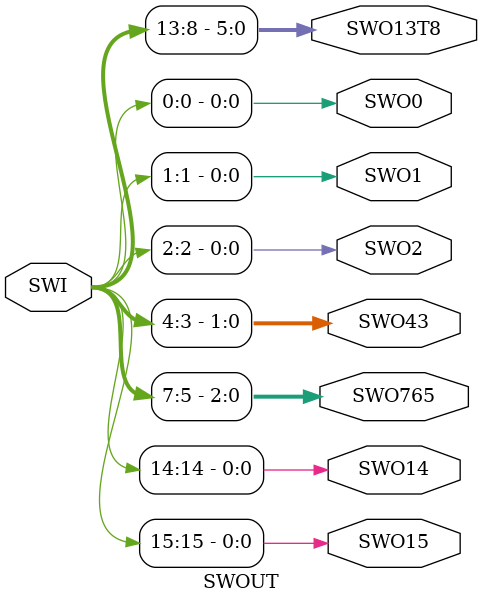
<source format=v>
`timescale 1ns / 1ps
module    SWOUT(input[15:0] SWI,
                output SWO15,
                output SWO14,
                output[2:0]SWO765,
                output[1:0]SWO43,
                output SWO2,
                output SWO1,
                output SWO0,
                output[5:0] SWO13T8
                );
                             
    assign SWO15 = SWI[15];
    assign SWO14 = SWI[14];
    assign SWO765 = SWI[7:5];
    assign SWO43 = SWI[4:3];
    assign SWO2 = SWI[2];
    assign SWO1 = SWI[1];
    assign SWO0 = SWI[0];
    assign SWO13T8 = SWI[13:8];               

endmodule

</source>
